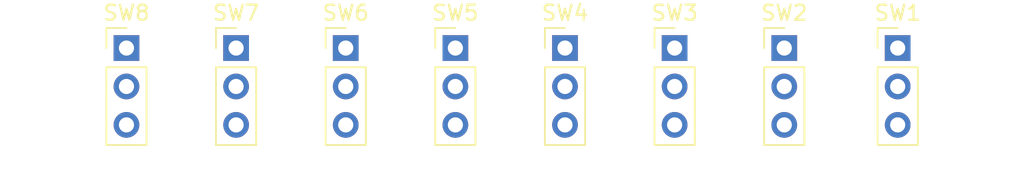
<source format=kicad_pcb>
(kicad_pcb (version 20240108) (generator "pcbnew") (generator_version "8.0")
  (layers (0 "F.Cu" signal) (31 "B.Cu" signal) (34 "B.Paste" user) (35 "F.Paste" user) (36 "B.SilkS" user "B.Silkscreen") (37 "F.SilkS" user "F.Silkscreen") (38 "B.Mask" user) (39 "F.Mask" user) (44 "Edge.Cuts" user))
  (net 0 "")
  (net 1 "GND")
  (net 2 "VCC")
  (net 3 "/OUT0")
  (net 4 "/OUT1")
  (net 5 "/OUT2")
  (net 6 "/OUT3")
  (net 7 "/OUT4")
  (net 8 "/OUT5")
  (net 9 "/OUT6")
  (net 10 "/OUT7")
  (footprint "Connector_PinHeader_2.54mm:PinHeader_1x03_P2.54mm_Vertical" (layer "F.Cu") (at 81.5 67)
    (property "Reference" "SW2" (at 0 -2.33 360) (layer "F.SilkS"))
    (property "Value" "SW_Nidec_CAS-120A1")
    (fp_line (start -1.33 -1.33) (end 0 -1.33) (stroke (width 0.12)) (layer "F.SilkS"))
    (fp_line (start -1.33 0) (end -1.33 -1.33) (stroke (width 0.12)) (layer "F.SilkS"))
    (fp_line (start -1.33 1.27) (end -1.33 6.41) (stroke (width 0.12)) (layer "F.SilkS"))
    (fp_line (start -1.33 1.27) (end 1.33 1.27) (stroke (width 0.12)) (layer "F.SilkS"))
    (fp_line (start -1.33 6.41) (end 1.33 6.41) (stroke (width 0.12)) (layer "F.SilkS"))
    (fp_line (start 1.33 1.27) (end 1.33 6.41) (stroke (width 0.12)) (layer "F.SilkS"))
    (pad "1" thru_hole rect (at 0 0) (size 1.7 1.7) (drill 1) (layers "*.Cu" "*.Mask") (net 2 "VCC"))
    (pad "2" thru_hole oval (at 0 2.54) (size 1.7 1.7) (drill 1) (layers "*.Cu" "*.Mask") (net 4 "/OUT1"))
    (pad "3" thru_hole oval (at 0 5.08) (size 1.7 1.7) (drill 1) (layers "*.Cu" "*.Mask") (net 1 "GND"))
  )
  (footprint "Connector_PinHeader_2.54mm:PinHeader_1x03_P2.54mm_Vertical" (layer "F.Cu") (at 45.25 67)
    (property "Reference" "SW7" (at 0 -2.33 360) (layer "F.SilkS"))
    (property "Value" "SW_Nidec_CAS-120A1")
    (fp_line (start -1.33 -1.33) (end 0 -1.33) (stroke (width 0.12)) (layer "F.SilkS"))
    (fp_line (start -1.33 0) (end -1.33 -1.33) (stroke (width 0.12)) (layer "F.SilkS"))
    (fp_line (start -1.33 1.27) (end -1.33 6.41) (stroke (width 0.12)) (layer "F.SilkS"))
    (fp_line (start -1.33 1.27) (end 1.33 1.27) (stroke (width 0.12)) (layer "F.SilkS"))
    (fp_line (start -1.33 6.41) (end 1.33 6.41) (stroke (width 0.12)) (layer "F.SilkS"))
    (fp_line (start 1.33 1.27) (end 1.33 6.41) (stroke (width 0.12)) (layer "F.SilkS"))
    (pad "1" thru_hole rect (at 0 0) (size 1.7 1.7) (drill 1) (layers "*.Cu" "*.Mask") (net 2 "VCC"))
    (pad "2" thru_hole oval (at 0 2.54) (size 1.7 1.7) (drill 1) (layers "*.Cu" "*.Mask") (net 9 "/OUT6"))
    (pad "3" thru_hole oval (at 0 5.08) (size 1.7 1.7) (drill 1) (layers "*.Cu" "*.Mask") (net 1 "GND"))
  )
  (footprint "Connector_PinHeader_2.54mm:PinHeader_1x03_P2.54mm_Vertical" (layer "F.Cu") (at 89 67)
    (property "Reference" "SW1" (at 0 -2.33 360) (layer "F.SilkS"))
    (property "Value" "SW_Nidec_CAS-120A1")
    (fp_line (start -1.33 -1.33) (end 0 -1.33) (stroke (width 0.12)) (layer "F.SilkS"))
    (fp_line (start -1.33 0) (end -1.33 -1.33) (stroke (width 0.12)) (layer "F.SilkS"))
    (fp_line (start -1.33 1.27) (end -1.33 6.41) (stroke (width 0.12)) (layer "F.SilkS"))
    (fp_line (start -1.33 1.27) (end 1.33 1.27) (stroke (width 0.12)) (layer "F.SilkS"))
    (fp_line (start -1.33 6.41) (end 1.33 6.41) (stroke (width 0.12)) (layer "F.SilkS"))
    (fp_line (start 1.33 1.27) (end 1.33 6.41) (stroke (width 0.12)) (layer "F.SilkS"))
    (pad "1" thru_hole rect (at 0 0) (size 1.7 1.7) (drill 1) (layers "*.Cu" "*.Mask") (net 2 "VCC"))
    (pad "2" thru_hole oval (at 0 2.54) (size 1.7 1.7) (drill 1) (layers "*.Cu" "*.Mask") (net 3 "/OUT0"))
    (pad "3" thru_hole oval (at 0 5.08) (size 1.7 1.7) (drill 1) (layers "*.Cu" "*.Mask") (net 1 "GND"))
  )
  (footprint "Connector_PinHeader_2.54mm:PinHeader_1x03_P2.54mm_Vertical" (layer "F.Cu") (at 67 67)
    (property "Reference" "SW4" (at 0 -2.33 360) (layer "F.SilkS"))
    (property "Value" "SW_Nidec_CAS-120A1")
    (fp_line (start -1.33 -1.33) (end 0 -1.33) (stroke (width 0.12)) (layer "F.SilkS"))
    (fp_line (start -1.33 0) (end -1.33 -1.33) (stroke (width 0.12)) (layer "F.SilkS"))
    (fp_line (start -1.33 1.27) (end -1.33 6.41) (stroke (width 0.12)) (layer "F.SilkS"))
    (fp_line (start -1.33 1.27) (end 1.33 1.27) (stroke (width 0.12)) (layer "F.SilkS"))
    (fp_line (start -1.33 6.41) (end 1.33 6.41) (stroke (width 0.12)) (layer "F.SilkS"))
    (fp_line (start 1.33 1.27) (end 1.33 6.41) (stroke (width 0.12)) (layer "F.SilkS"))
    (pad "1" thru_hole rect (at 0 0) (size 1.7 1.7) (drill 1) (layers "*.Cu" "*.Mask") (net 2 "VCC"))
    (pad "2" thru_hole oval (at 0 2.54) (size 1.7 1.7) (drill 1) (layers "*.Cu" "*.Mask") (net 6 "/OUT3"))
    (pad "3" thru_hole oval (at 0 5.08) (size 1.7 1.7) (drill 1) (layers "*.Cu" "*.Mask") (net 1 "GND"))
  )
  (footprint "Connector_PinHeader_2.54mm:PinHeader_1x03_P2.54mm_Vertical" (layer "F.Cu") (at 38 67)
    (property "Reference" "SW8" (at 0 -2.33 360) (layer "F.SilkS"))
    (property "Value" "SW_Nidec_CAS-120A1")
    (fp_line (start -1.33 -1.33) (end 0 -1.33) (stroke (width 0.12)) (layer "F.SilkS"))
    (fp_line (start -1.33 0) (end -1.33 -1.33) (stroke (width 0.12)) (layer "F.SilkS"))
    (fp_line (start -1.33 1.27) (end -1.33 6.41) (stroke (width 0.12)) (layer "F.SilkS"))
    (fp_line (start -1.33 1.27) (end 1.33 1.27) (stroke (width 0.12)) (layer "F.SilkS"))
    (fp_line (start -1.33 6.41) (end 1.33 6.41) (stroke (width 0.12)) (layer "F.SilkS"))
    (fp_line (start 1.33 1.27) (end 1.33 6.41) (stroke (width 0.12)) (layer "F.SilkS"))
    (pad "1" thru_hole rect (at 0 0) (size 1.7 1.7) (drill 1) (layers "*.Cu" "*.Mask") (net 2 "VCC"))
    (pad "2" thru_hole oval (at 0 2.54) (size 1.7 1.7) (drill 1) (layers "*.Cu" "*.Mask") (net 10 "/OUT7"))
    (pad "3" thru_hole oval (at 0 5.08) (size 1.7 1.7) (drill 1) (layers "*.Cu" "*.Mask") (net 1 "GND"))
  )
  (footprint "Connector_PinHeader_2.54mm:PinHeader_1x03_P2.54mm_Vertical" (layer "F.Cu") (at 52.5 67)
    (property "Reference" "SW6" (at 0 -2.33 360) (layer "F.SilkS"))
    (property "Value" "SW_Nidec_CAS-120A1")
    (fp_line (start -1.33 -1.33) (end 0 -1.33) (stroke (width 0.12)) (layer "F.SilkS"))
    (fp_line (start -1.33 0) (end -1.33 -1.33) (stroke (width 0.12)) (layer "F.SilkS"))
    (fp_line (start -1.33 1.27) (end -1.33 6.41) (stroke (width 0.12)) (layer "F.SilkS"))
    (fp_line (start -1.33 1.27) (end 1.33 1.27) (stroke (width 0.12)) (layer "F.SilkS"))
    (fp_line (start -1.33 6.41) (end 1.33 6.41) (stroke (width 0.12)) (layer "F.SilkS"))
    (fp_line (start 1.33 1.27) (end 1.33 6.41) (stroke (width 0.12)) (layer "F.SilkS"))
    (pad "1" thru_hole rect (at 0 0) (size 1.7 1.7) (drill 1) (layers "*.Cu" "*.Mask") (net 2 "VCC"))
    (pad "2" thru_hole oval (at 0 2.54) (size 1.7 1.7) (drill 1) (layers "*.Cu" "*.Mask") (net 8 "/OUT5"))
    (pad "3" thru_hole oval (at 0 5.08) (size 1.7 1.7) (drill 1) (layers "*.Cu" "*.Mask") (net 1 "GND"))
  )
  (footprint "Connector_PinHeader_2.54mm:PinHeader_1x03_P2.54mm_Vertical" (layer "F.Cu") (at 74.25 67)
    (property "Reference" "SW3" (at 0 -2.33 360) (layer "F.SilkS"))
    (property "Value" "SW_Nidec_CAS-120A1")
    (fp_line (start -1.33 -1.33) (end 0 -1.33) (stroke (width 0.12)) (layer "F.SilkS"))
    (fp_line (start -1.33 0) (end -1.33 -1.33) (stroke (width 0.12)) (layer "F.SilkS"))
    (fp_line (start -1.33 1.27) (end -1.33 6.41) (stroke (width 0.12)) (layer "F.SilkS"))
    (fp_line (start -1.33 1.27) (end 1.33 1.27) (stroke (width 0.12)) (layer "F.SilkS"))
    (fp_line (start -1.33 6.41) (end 1.33 6.41) (stroke (width 0.12)) (layer "F.SilkS"))
    (fp_line (start 1.33 1.27) (end 1.33 6.41) (stroke (width 0.12)) (layer "F.SilkS"))
    (pad "1" thru_hole rect (at 0 0) (size 1.7 1.7) (drill 1) (layers "*.Cu" "*.Mask") (net 2 "VCC"))
    (pad "2" thru_hole oval (at 0 2.54) (size 1.7 1.7) (drill 1) (layers "*.Cu" "*.Mask") (net 5 "/OUT2"))
    (pad "3" thru_hole oval (at 0 5.08) (size 1.7 1.7) (drill 1) (layers "*.Cu" "*.Mask") (net 1 "GND"))
  )
  (footprint "Connector_PinHeader_2.54mm:PinHeader_1x03_P2.54mm_Vertical" (layer "F.Cu") (at 59.75 67)
    (property "Reference" "SW5" (at 0 -2.33 360) (layer "F.SilkS"))
    (property "Value" "SW_Nidec_CAS-120A1")
    (fp_line (start -1.33 -1.33) (end 0 -1.33) (stroke (width 0.12)) (layer "F.SilkS"))
    (fp_line (start -1.33 0) (end -1.33 -1.33) (stroke (width 0.12)) (layer "F.SilkS"))
    (fp_line (start -1.33 1.27) (end -1.33 6.41) (stroke (width 0.12)) (layer "F.SilkS"))
    (fp_line (start -1.33 1.27) (end 1.33 1.27) (stroke (width 0.12)) (layer "F.SilkS"))
    (fp_line (start -1.33 6.41) (end 1.33 6.41) (stroke (width 0.12)) (layer "F.SilkS"))
    (fp_line (start 1.33 1.27) (end 1.33 6.41) (stroke (width 0.12)) (layer "F.SilkS"))
    (pad "1" thru_hole rect (at 0 0) (size 1.7 1.7) (drill 1) (layers "*.Cu" "*.Mask") (net 2 "VCC"))
    (pad "2" thru_hole oval (at 0 2.54) (size 1.7 1.7) (drill 1) (layers "*.Cu" "*.Mask") (net 7 "/OUT4"))
    (pad "3" thru_hole oval (at 0 5.08) (size 1.7 1.7) (drill 1) (layers "*.Cu" "*.Mask") (net 1 "GND"))
  )
)
</source>
